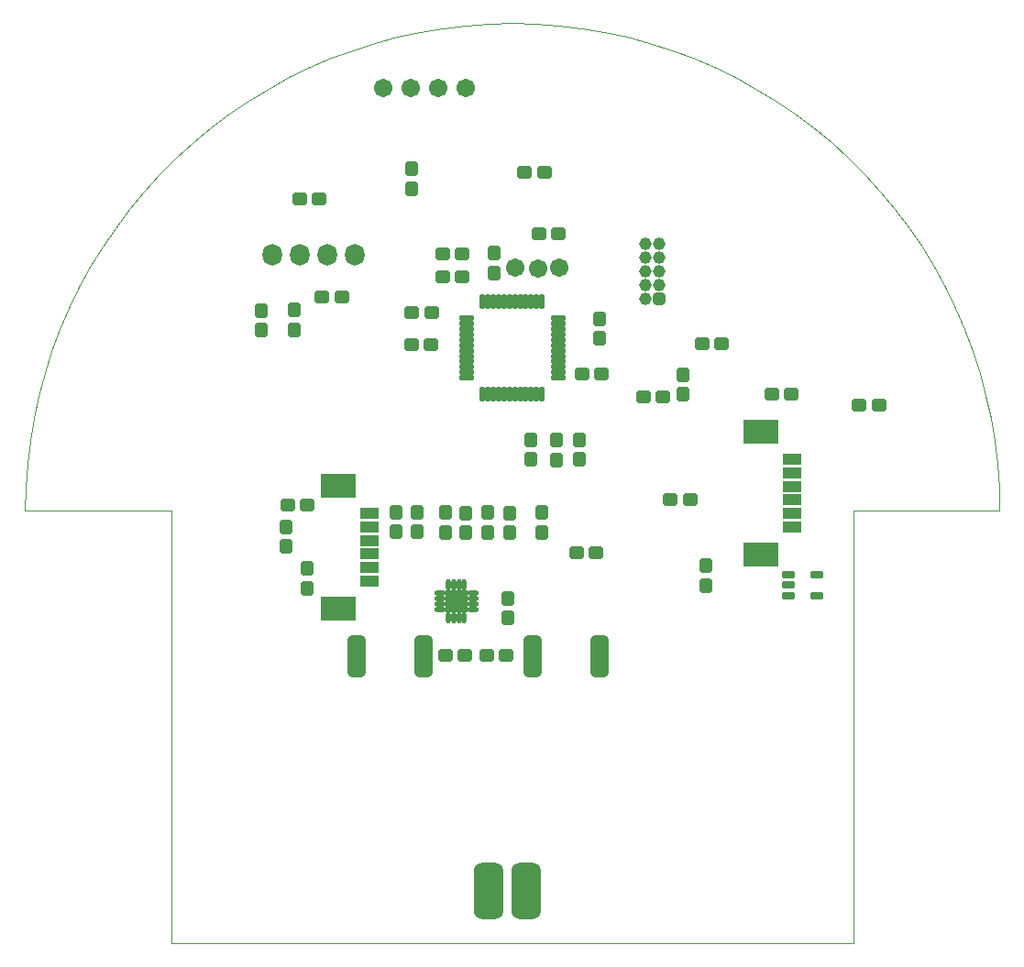
<source format=gts>
%FSLAX25Y25*%
%MOIN*%
G70*
G01*
G75*
G04 Layer_Color=8388736*
G04:AMPARAMS|DCode=10|XSize=21.65mil|YSize=39.37mil|CornerRadius=5.41mil|HoleSize=0mil|Usage=FLASHONLY|Rotation=270.000|XOffset=0mil|YOffset=0mil|HoleType=Round|Shape=RoundedRectangle|*
%AMROUNDEDRECTD10*
21,1,0.02165,0.02854,0,0,270.0*
21,1,0.01083,0.03937,0,0,270.0*
1,1,0.01083,-0.01427,-0.00541*
1,1,0.01083,-0.01427,0.00541*
1,1,0.01083,0.01427,0.00541*
1,1,0.01083,0.01427,-0.00541*
%
%ADD10ROUNDEDRECTD10*%
G04:AMPARAMS|DCode=11|XSize=41.34mil|YSize=47.24mil|CornerRadius=10.34mil|HoleSize=0mil|Usage=FLASHONLY|Rotation=270.000|XOffset=0mil|YOffset=0mil|HoleType=Round|Shape=RoundedRectangle|*
%AMROUNDEDRECTD11*
21,1,0.04134,0.02658,0,0,270.0*
21,1,0.02067,0.04724,0,0,270.0*
1,1,0.02067,-0.01329,-0.01034*
1,1,0.02067,-0.01329,0.01034*
1,1,0.02067,0.01329,0.01034*
1,1,0.02067,0.01329,-0.01034*
%
%ADD11ROUNDEDRECTD11*%
%ADD12R,0.11811X0.08268*%
%ADD13R,0.06299X0.03189*%
G04:AMPARAMS|DCode=14|XSize=41.34mil|YSize=47.24mil|CornerRadius=10.34mil|HoleSize=0mil|Usage=FLASHONLY|Rotation=0.000|XOffset=0mil|YOffset=0mil|HoleType=Round|Shape=RoundedRectangle|*
%AMROUNDEDRECTD14*
21,1,0.04134,0.02658,0,0,0.0*
21,1,0.02067,0.04724,0,0,0.0*
1,1,0.02067,0.01034,-0.01329*
1,1,0.02067,-0.01034,-0.01329*
1,1,0.02067,-0.01034,0.01329*
1,1,0.02067,0.01034,0.01329*
%
%ADD14ROUNDEDRECTD14*%
%ADD15O,0.03543X0.00984*%
%ADD16O,0.00984X0.03543*%
%ADD17R,0.07087X0.07087*%
G04:AMPARAMS|DCode=18|XSize=145.67mil|YSize=59.06mil|CornerRadius=14.76mil|HoleSize=0mil|Usage=FLASHONLY|Rotation=90.000|XOffset=0mil|YOffset=0mil|HoleType=Round|Shape=RoundedRectangle|*
%AMROUNDEDRECTD18*
21,1,0.14567,0.02953,0,0,90.0*
21,1,0.11614,0.05906,0,0,90.0*
1,1,0.02953,0.01476,0.05807*
1,1,0.02953,0.01476,-0.05807*
1,1,0.02953,-0.01476,-0.05807*
1,1,0.02953,-0.01476,0.05807*
%
%ADD18ROUNDEDRECTD18*%
G04:AMPARAMS|DCode=19|XSize=11.81mil|YSize=47.24mil|CornerRadius=2.95mil|HoleSize=0mil|Usage=FLASHONLY|Rotation=180.000|XOffset=0mil|YOffset=0mil|HoleType=Round|Shape=RoundedRectangle|*
%AMROUNDEDRECTD19*
21,1,0.01181,0.04134,0,0,180.0*
21,1,0.00591,0.04724,0,0,180.0*
1,1,0.00591,-0.00295,0.02067*
1,1,0.00591,0.00295,0.02067*
1,1,0.00591,0.00295,-0.02067*
1,1,0.00591,-0.00295,-0.02067*
%
%ADD19ROUNDEDRECTD19*%
G04:AMPARAMS|DCode=20|XSize=11.81mil|YSize=47.24mil|CornerRadius=2.95mil|HoleSize=0mil|Usage=FLASHONLY|Rotation=90.000|XOffset=0mil|YOffset=0mil|HoleType=Round|Shape=RoundedRectangle|*
%AMROUNDEDRECTD20*
21,1,0.01181,0.04134,0,0,90.0*
21,1,0.00591,0.04724,0,0,90.0*
1,1,0.00591,0.02067,0.00295*
1,1,0.00591,0.02067,-0.00295*
1,1,0.00591,-0.02067,-0.00295*
1,1,0.00591,-0.02067,0.00295*
%
%ADD20ROUNDEDRECTD20*%
%ADD21C,0.05906*%
G04:AMPARAMS|DCode=22|XSize=98.43mil|YSize=196.85mil|CornerRadius=24.61mil|HoleSize=0mil|Usage=FLASHONLY|Rotation=0.000|XOffset=0mil|YOffset=0mil|HoleType=Round|Shape=RoundedRectangle|*
%AMROUNDEDRECTD22*
21,1,0.09843,0.14764,0,0,0.0*
21,1,0.04921,0.19685,0,0,0.0*
1,1,0.04921,0.02461,-0.07382*
1,1,0.04921,-0.02461,-0.07382*
1,1,0.04921,-0.02461,0.07382*
1,1,0.04921,0.02461,0.07382*
%
%ADD22ROUNDEDRECTD22*%
%ADD23C,0.00394*%
%ADD24O,0.06299X0.07087*%
%ADD25C,0.03740*%
G04:AMPARAMS|DCode=26|XSize=37.4mil|YSize=37.4mil|CornerRadius=9.35mil|HoleSize=0mil|Usage=FLASHONLY|Rotation=90.000|XOffset=0mil|YOffset=0mil|HoleType=Round|Shape=RoundedRectangle|*
%AMROUNDEDRECTD26*
21,1,0.03740,0.01870,0,0,90.0*
21,1,0.01870,0.03740,0,0,90.0*
1,1,0.01870,0.00935,0.00935*
1,1,0.01870,0.00935,-0.00935*
1,1,0.01870,-0.00935,-0.00935*
1,1,0.01870,-0.00935,0.00935*
%
%ADD26ROUNDEDRECTD26*%
%ADD27C,0.01969*%
%ADD28C,0.00787*%
%ADD29C,0.00984*%
%ADD30C,0.01000*%
G04:AMPARAMS|DCode=31|XSize=29.65mil|YSize=47.37mil|CornerRadius=9.41mil|HoleSize=0mil|Usage=FLASHONLY|Rotation=270.000|XOffset=0mil|YOffset=0mil|HoleType=Round|Shape=RoundedRectangle|*
%AMROUNDEDRECTD31*
21,1,0.02965,0.02854,0,0,270.0*
21,1,0.01083,0.04737,0,0,270.0*
1,1,0.01883,-0.01427,-0.00541*
1,1,0.01883,-0.01427,0.00541*
1,1,0.01883,0.01427,0.00541*
1,1,0.01883,0.01427,-0.00541*
%
%ADD31ROUNDEDRECTD31*%
G04:AMPARAMS|DCode=32|XSize=49.34mil|YSize=55.24mil|CornerRadius=14.34mil|HoleSize=0mil|Usage=FLASHONLY|Rotation=270.000|XOffset=0mil|YOffset=0mil|HoleType=Round|Shape=RoundedRectangle|*
%AMROUNDEDRECTD32*
21,1,0.04934,0.02658,0,0,270.0*
21,1,0.02067,0.05524,0,0,270.0*
1,1,0.02867,-0.01329,-0.01034*
1,1,0.02867,-0.01329,0.01034*
1,1,0.02867,0.01329,0.01034*
1,1,0.02867,0.01329,-0.01034*
%
%ADD32ROUNDEDRECTD32*%
%ADD33R,0.12611X0.09068*%
%ADD34R,0.07099X0.03989*%
G04:AMPARAMS|DCode=35|XSize=49.34mil|YSize=55.24mil|CornerRadius=14.34mil|HoleSize=0mil|Usage=FLASHONLY|Rotation=0.000|XOffset=0mil|YOffset=0mil|HoleType=Round|Shape=RoundedRectangle|*
%AMROUNDEDRECTD35*
21,1,0.04934,0.02658,0,0,0.0*
21,1,0.02067,0.05524,0,0,0.0*
1,1,0.02867,0.01034,-0.01329*
1,1,0.02867,-0.01034,-0.01329*
1,1,0.02867,-0.01034,0.01329*
1,1,0.02867,0.01034,0.01329*
%
%ADD35ROUNDEDRECTD35*%
%ADD36O,0.04343X0.01784*%
%ADD37O,0.01784X0.04343*%
%ADD38R,0.07887X0.07887*%
G04:AMPARAMS|DCode=39|XSize=153.67mil|YSize=67.06mil|CornerRadius=18.76mil|HoleSize=0mil|Usage=FLASHONLY|Rotation=90.000|XOffset=0mil|YOffset=0mil|HoleType=Round|Shape=RoundedRectangle|*
%AMROUNDEDRECTD39*
21,1,0.15367,0.02953,0,0,90.0*
21,1,0.11614,0.06706,0,0,90.0*
1,1,0.03753,0.01476,0.05807*
1,1,0.03753,0.01476,-0.05807*
1,1,0.03753,-0.01476,-0.05807*
1,1,0.03753,-0.01476,0.05807*
%
%ADD39ROUNDEDRECTD39*%
G04:AMPARAMS|DCode=40|XSize=19.81mil|YSize=55.24mil|CornerRadius=6.95mil|HoleSize=0mil|Usage=FLASHONLY|Rotation=180.000|XOffset=0mil|YOffset=0mil|HoleType=Round|Shape=RoundedRectangle|*
%AMROUNDEDRECTD40*
21,1,0.01981,0.04134,0,0,180.0*
21,1,0.00591,0.05524,0,0,180.0*
1,1,0.01391,-0.00295,0.02067*
1,1,0.01391,0.00295,0.02067*
1,1,0.01391,0.00295,-0.02067*
1,1,0.01391,-0.00295,-0.02067*
%
%ADD40ROUNDEDRECTD40*%
G04:AMPARAMS|DCode=41|XSize=19.81mil|YSize=55.24mil|CornerRadius=6.95mil|HoleSize=0mil|Usage=FLASHONLY|Rotation=90.000|XOffset=0mil|YOffset=0mil|HoleType=Round|Shape=RoundedRectangle|*
%AMROUNDEDRECTD41*
21,1,0.01981,0.04134,0,0,90.0*
21,1,0.00591,0.05524,0,0,90.0*
1,1,0.01391,0.02067,0.00295*
1,1,0.01391,0.02067,-0.00295*
1,1,0.01391,-0.02067,-0.00295*
1,1,0.01391,-0.02067,0.00295*
%
%ADD41ROUNDEDRECTD41*%
%ADD42C,0.06706*%
G04:AMPARAMS|DCode=43|XSize=106.42mil|YSize=204.85mil|CornerRadius=28.61mil|HoleSize=0mil|Usage=FLASHONLY|Rotation=0.000|XOffset=0mil|YOffset=0mil|HoleType=Round|Shape=RoundedRectangle|*
%AMROUNDEDRECTD43*
21,1,0.10642,0.14764,0,0,0.0*
21,1,0.04921,0.20485,0,0,0.0*
1,1,0.05721,0.02461,-0.07382*
1,1,0.05721,-0.02461,-0.07382*
1,1,0.05721,-0.02461,0.07382*
1,1,0.05721,0.02461,0.07382*
%
%ADD43ROUNDEDRECTD43*%
%ADD44O,0.07099X0.07887*%
%ADD45C,0.04540*%
G04:AMPARAMS|DCode=46|XSize=45.4mil|YSize=45.4mil|CornerRadius=13.35mil|HoleSize=0mil|Usage=FLASHONLY|Rotation=90.000|XOffset=0mil|YOffset=0mil|HoleType=Round|Shape=RoundedRectangle|*
%AMROUNDEDRECTD46*
21,1,0.04540,0.01870,0,0,90.0*
21,1,0.01870,0.04540,0,0,90.0*
1,1,0.02670,0.00935,0.00935*
1,1,0.02670,0.00935,-0.00935*
1,1,0.02670,-0.00935,-0.00935*
1,1,0.02670,-0.00935,0.00935*
%
%ADD46ROUNDEDRECTD46*%
D23*
X124016Y157480D02*
X177165Y157480D01*
X124016Y0D02*
Y157480D01*
X-124016Y-0D02*
X124016Y0D01*
X-124016Y-0D02*
Y157480D01*
X-177165Y157480D02*
X-124016Y157480D01*
X-177165Y157480D02*
X-176965Y165910D01*
X-176363Y174321D01*
X-175362Y182694D01*
X-173964Y191009D01*
X-172171Y199249D01*
X-169989Y207394D01*
X-167421Y215425D01*
X-164475Y223326D01*
X-161155Y231077D01*
X-157471Y238662D01*
X-153430Y246063D01*
X-149041Y253263D01*
X-144315Y260246D01*
X-139261Y266997D01*
X-133893Y273499D01*
X-128221Y279738D01*
X-122258Y285701D01*
X-116019Y291373D01*
X-109517Y296742D01*
X-102766Y301795D01*
X-95783Y306521D01*
X-88583Y310910D01*
X-81182Y314951D01*
X-73597Y318636D01*
X-65846Y321955D01*
X-57945Y324902D01*
X-49913Y327469D01*
X-41768Y329652D01*
X-33529Y331444D01*
X-25213Y332842D01*
X-16841Y333843D01*
X-8430Y334445D01*
X-0Y334646D01*
X8430Y334445D01*
X16841Y333843D01*
X25213Y332842D01*
X33529Y331444D01*
X41768Y329652D01*
X49913Y327469D01*
X57945Y324902D01*
X65846Y321955D01*
X73597Y318636D01*
X81182Y314951D01*
X88583Y310910D01*
X95783Y306521D01*
X102766Y301795D01*
X109516Y296742D01*
X116019Y291373D01*
X122258Y285701D01*
X128220Y279738D01*
X133893Y273499D01*
X139261Y266997D01*
X144315Y260246D01*
X149041Y253263D01*
X153430Y246063D01*
X157471Y238662D01*
X161155Y231078D01*
X164474Y223326D01*
X167421Y215425D01*
X169989Y207394D01*
X172171Y199249D01*
X173964Y191009D01*
X175362Y182694D01*
X176363Y174321D01*
X176965Y165910D01*
X177165Y157480D01*
D31*
X100295Y134055D02*
D03*
Y130315D02*
D03*
Y126575D02*
D03*
X110925D02*
D03*
Y134055D02*
D03*
D32*
X68996Y218209D02*
D03*
X76083D02*
D03*
X30413Y142126D02*
D03*
X23327D02*
D03*
X64665Y161319D02*
D03*
X57579D02*
D03*
X-74508Y159449D02*
D03*
X-81595D02*
D03*
X133268Y195768D02*
D03*
X126181D02*
D03*
X94488Y199803D02*
D03*
X101575D02*
D03*
X-24311Y104921D02*
D03*
X-17224D02*
D03*
X-9154Y104823D02*
D03*
X-2067D02*
D03*
X32382Y206988D02*
D03*
X25295D02*
D03*
X54921Y198622D02*
D03*
X47835D02*
D03*
X-25197Y242323D02*
D03*
X-18110D02*
D03*
X-29528Y217618D02*
D03*
X-36614D02*
D03*
X-36417Y229528D02*
D03*
X-29331D02*
D03*
X9843Y258169D02*
D03*
X16929D02*
D03*
X-18110Y250689D02*
D03*
X-25197D02*
D03*
X-69095Y235039D02*
D03*
X-62008D02*
D03*
X4528Y280413D02*
D03*
X11614D02*
D03*
X-77165Y270669D02*
D03*
X-70079D02*
D03*
D33*
X90433Y141437D02*
D03*
Y186122D02*
D03*
X-63209Y121752D02*
D03*
Y166437D02*
D03*
D34*
X101850Y161319D02*
D03*
Y171161D02*
D03*
Y176083D02*
D03*
Y166240D02*
D03*
Y156398D02*
D03*
Y151476D02*
D03*
X-51791Y141634D02*
D03*
Y151476D02*
D03*
Y156398D02*
D03*
Y146555D02*
D03*
Y136713D02*
D03*
Y131791D02*
D03*
D35*
X-74705Y129232D02*
D03*
Y136319D02*
D03*
X-82185Y144390D02*
D03*
Y151476D02*
D03*
X-8858Y156595D02*
D03*
Y149508D02*
D03*
X24508Y175984D02*
D03*
Y183071D02*
D03*
X-984Y149409D02*
D03*
Y156496D02*
D03*
X70571Y137303D02*
D03*
Y130217D02*
D03*
X-79134Y223228D02*
D03*
Y230315D02*
D03*
X10827Y149508D02*
D03*
Y156595D02*
D03*
X-91142Y230217D02*
D03*
Y223130D02*
D03*
X-1575Y125492D02*
D03*
Y118405D02*
D03*
X31791Y227067D02*
D03*
Y219980D02*
D03*
X62205Y206693D02*
D03*
Y199606D02*
D03*
X-42224Y156890D02*
D03*
Y149803D02*
D03*
X-24213Y156595D02*
D03*
Y149508D02*
D03*
X-34646Y156890D02*
D03*
Y149803D02*
D03*
X-16890Y156496D02*
D03*
Y149409D02*
D03*
X6890Y183071D02*
D03*
Y175984D02*
D03*
X16043Y182972D02*
D03*
Y175886D02*
D03*
X-6693Y243898D02*
D03*
Y250984D02*
D03*
X-36713Y281594D02*
D03*
Y274508D02*
D03*
D36*
X-26378Y127461D02*
D03*
Y125492D02*
D03*
Y123524D02*
D03*
Y121555D02*
D03*
X-14370D02*
D03*
Y123524D02*
D03*
Y125492D02*
D03*
Y127461D02*
D03*
D37*
X-23327Y118504D02*
D03*
X-21358D02*
D03*
X-19390D02*
D03*
X-17421D02*
D03*
Y130512D02*
D03*
X-19390D02*
D03*
X-21358D02*
D03*
X-23327D02*
D03*
D38*
X-20374Y124508D02*
D03*
D39*
X-56693Y104528D02*
D03*
X-32087D02*
D03*
X7283D02*
D03*
X31890D02*
D03*
D40*
X-984Y233268D02*
D03*
X-10827Y199803D02*
D03*
X-8858D02*
D03*
X-6890D02*
D03*
X-4921D02*
D03*
X-2953D02*
D03*
X-984D02*
D03*
X984D02*
D03*
X2953D02*
D03*
X4921D02*
D03*
X6890D02*
D03*
X8858D02*
D03*
X10827D02*
D03*
Y233268D02*
D03*
X8858D02*
D03*
X6890D02*
D03*
X4921D02*
D03*
X2953D02*
D03*
X984D02*
D03*
X-2953D02*
D03*
X-4921D02*
D03*
X-6890D02*
D03*
X-8858D02*
D03*
X-10827D02*
D03*
D41*
X16732Y211614D02*
D03*
Y215551D02*
D03*
X-16732Y227362D02*
D03*
Y225394D02*
D03*
Y223425D02*
D03*
Y221457D02*
D03*
Y219488D02*
D03*
Y217520D02*
D03*
Y215551D02*
D03*
Y213583D02*
D03*
Y211614D02*
D03*
Y209646D02*
D03*
Y207677D02*
D03*
Y205709D02*
D03*
X16732D02*
D03*
Y207677D02*
D03*
Y209646D02*
D03*
Y213583D02*
D03*
Y217520D02*
D03*
Y219488D02*
D03*
Y221457D02*
D03*
Y223425D02*
D03*
Y225394D02*
D03*
Y227362D02*
D03*
D42*
X1083Y245768D02*
D03*
X9301Y245571D02*
D03*
X17224Y245768D02*
D03*
X-16890Y311221D02*
D03*
X-26890D02*
D03*
X-36890D02*
D03*
X-46890D02*
D03*
X3228Y19193D02*
D03*
X-6772D02*
D03*
D43*
X5118D02*
D03*
X-8661D02*
D03*
D44*
X-77146Y250492D02*
D03*
X-87146D02*
D03*
X-67146D02*
D03*
X-57146D02*
D03*
D45*
X48386Y254390D02*
D03*
Y249390D02*
D03*
X53386Y254390D02*
D03*
Y249390D02*
D03*
X48386Y244390D02*
D03*
Y239390D02*
D03*
X53386Y244390D02*
D03*
Y239390D02*
D03*
X48386Y234390D02*
D03*
D46*
X53386D02*
D03*
M02*

</source>
